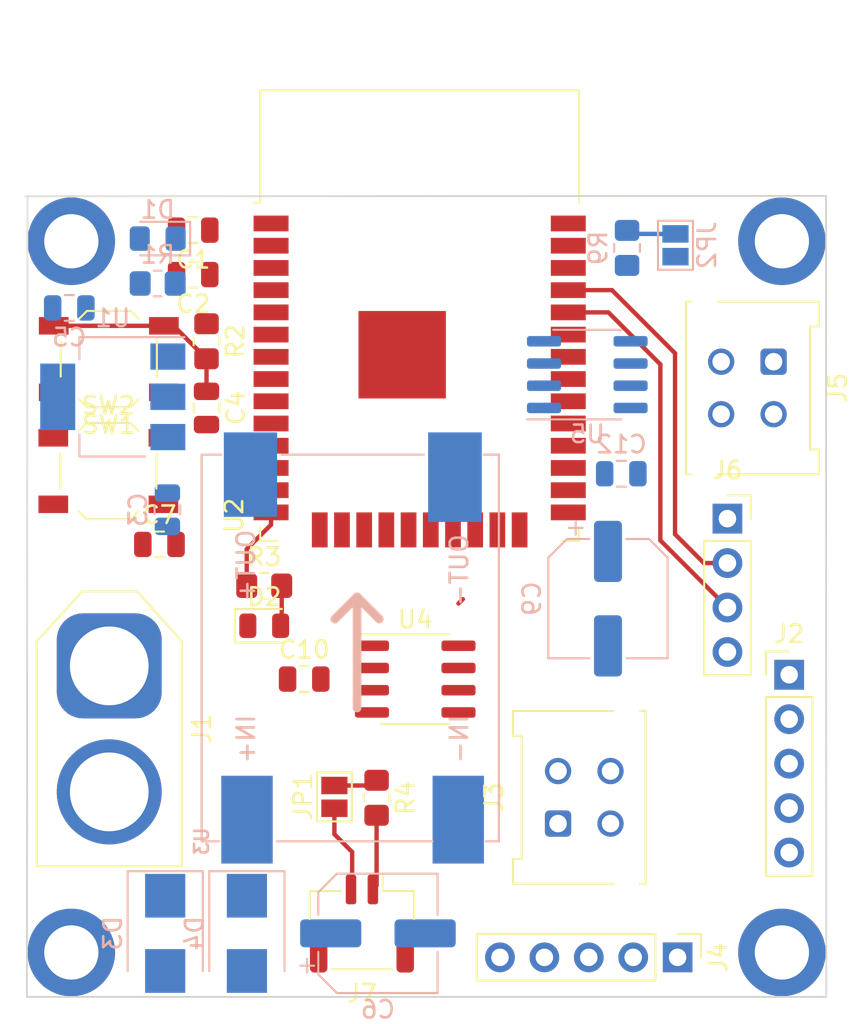
<source format=kicad_pcb>
(kicad_pcb (version 20211014) (generator pcbnew)
  (layers (0 "F.Cu" signal) (31 "B.Cu" signal) (34 "B.Paste" user) (35 "F.Paste" user) (36 "B.SilkS" user "B.Silkscreen") (37 "F.SilkS" user "F.Silkscreen") (38 "B.Mask" user) (39 "F.Mask" user) (44 "Edge.Cuts" user))
  (net 0 "")
  (net 1 "+3V3")
  (net 2 "GND")
  (net 3 "+5V")
  (net 4 "Net-(C4-Pad1)")
  (net 5 "Net-(C7-Pad2)")
  (net 6 "Net-(D1-Pad2)")
  (net 7 "Net-(D2-Pad2)")
  (net 8 "/IO15")
  (net 9 "/IO14")
  (net 10 "/IO13")
  (net 11 "/CANH+")
  (net 12 "/CANL-")
  (net 15 "/IO18")
  (net 16 "/IO17")
  (net 17 "/IO16")
  (net 18 "/SCL")
  (net 19 "/SDA")
  (net 20 "/TXD")
  (net 21 "/RXD")
  (net 22 "Net-(JP1-Pad2)")
  (net 23 "Net-(R3-Pad1)")
  (net 26 "/IO34")
  (net 27 "/IO35")
  (net 28 "/IO32")
  (net 29 "/IO33")
  (net 30 "/IO27")
  (net 37 "/IO2")
  (net 38 "/CAN_TX")
  (net 39 "/CAN_RX")
  (net 40 "/IO19")
  (net 42 "/IO23")
  (net 43 "Net-(C6-Pad1)")
  (net 44 "+24V")
  (net 46 "/CAN2H+")
  (net 47 "/CAN2L-")
  (net 50 "Net-(JP2-Pad2)")
  (net 51 "/CAN2_TX")
  (net 52 "/CAN2_RX")
  (footprint "Button_Switch_SMD:SW_SPST_TL3342" (layer "F.Cu") (at 111.506 85.598 180)
    (fp_text reference "SW1" (at 0 -3.75) (layer "F.SilkS"))
    (fp_text value "EN")
    (fp_line (start 2.75 -1) (end 2.75 1) (layer "F.SilkS") (width 0.12))
    (fp_line (start 1.7 -2.3) (end 1.25 -2.75) (layer "F.SilkS") (width 0.12))
    (fp_line (start -2.75 -1) (end -2.75 1) (layer "F.SilkS") (width 0.12))
    (fp_line (start -1.7 -2.3) (end -1.25 -2.75) (layer "F.SilkS") (width 0.12))
    (fp_line (start -1.25 -2.75) (end 1.25 -2.75) (layer "F.SilkS") (width 0.12))
    (fp_line (start 1.7 2.3) (end 1.25 2.75) (layer "F.SilkS") (width 0.12))
    (fp_line (start -1.25 2.75) (end 1.25 2.75) (layer "F.SilkS") (width 0.12))
    (fp_line (start -1.7 2.3) (end -1.25 2.75) (layer "F.SilkS") (width 0.12))
    (pad "1" smd rect (at -3.15 -1.9 180) (size 1.7 1) (layers "F.Cu" "F.Paste" "F.Mask") (net 2 "GND"))
    (pad "1" smd rect (at 3.15 -1.9 180) (size 1.7 1) (layers "F.Cu" "F.Paste" "F.Mask") (net 2 "GND"))
    (pad "2" smd rect (at -3.15 1.9 180) (size 1.7 1) (layers "F.Cu" "F.Paste" "F.Mask") (net 4 "Net-(C4-Pad1)"))
    (pad "2" smd rect (at 3.15 1.9 180) (size 1.7 1) (layers "F.Cu" "F.Paste" "F.Mask") (net 4 "Net-(C4-Pad1)"))
  )
  (footprint "Button_Switch_SMD:SW_SPST_TL3342" (layer "F.Cu") (at 111.4806 91.9988)
    (fp_text reference "SW2" (at 0 -3.75) (layer "F.SilkS"))
    (fp_text value "EN")
    (fp_line (start 1.7 2.3) (end 1.25 2.75) (layer "F.SilkS") (width 0.12))
    (fp_line (start 2.75 -1) (end 2.75 1) (layer "F.SilkS") (width 0.12))
    (fp_line (start 1.7 -2.3) (end 1.25 -2.75) (layer "F.SilkS") (width 0.12))
    (fp_line (start -1.7 -2.3) (end -1.25 -2.75) (layer "F.SilkS") (width 0.12))
    (fp_line (start -1.25 -2.75) (end 1.25 -2.75) (layer "F.SilkS") (width 0.12))
    (fp_line (start -1.25 2.75) (end 1.25 2.75) (layer "F.SilkS") (width 0.12))
    (fp_line (start -2.75 -1) (end -2.75 1) (layer "F.SilkS") (width 0.12))
    (fp_line (start -1.7 2.3) (end -1.25 2.75) (layer "F.SilkS") (width 0.12))
    (pad "1" smd rect (at 3.15 -1.9) (size 1.7 1) (layers "F.Cu" "F.Paste" "F.Mask") (net 5 "Net-(C7-Pad2)"))
    (pad "1" smd rect (at -3.15 -1.9) (size 1.7 1) (layers "F.Cu" "F.Paste" "F.Mask") (net 5 "Net-(C7-Pad2)"))
    (pad "2" smd rect (at 3.15 1.9) (size 1.7 1) (layers "F.Cu" "F.Paste" "F.Mask") (net 2 "GND"))
    (pad "2" smd rect (at -3.15 1.9) (size 1.7 1) (layers "F.Cu" "F.Paste" "F.Mask") (net 2 "GND"))
  )
  (footprint "Capacitor_SMD:C_0805_2012Metric" (layer "F.Cu") (at 122.682 103.886)
    (fp_text reference "C10" (at 0 -1.68) (layer "F.SilkS"))
    (fp_text value "0.1u")
    (fp_line (start -0.261252 -0.735) (end 0.261252 -0.735) (layer "F.SilkS") (width 0.12))
    (fp_line (start -0.261252 0.735) (end 0.261252 0.735) (layer "F.SilkS") (width 0.12))
    (pad "1" smd roundrect (at -0.95 0) (size 1 1.45) (layers "F.Cu" "F.Paste" "F.Mask") (net 2 "GND"))
    (pad "2" smd roundrect (at 0.95 0) (size 1 1.45) (layers "F.Cu" "F.Paste" "F.Mask") (net 3 "+5V"))
  )
  (footprint "Connector_Molex:Molex_Micro-Fit_3.0_43045-0412_2x02_P3.00mm_Vertical" (layer "F.Cu") (at 137.2008 112.1424 90)
    (fp_text reference "J3" (at 1.5 -3.67 90) (layer "F.SilkS"))
    (fp_text value "Molex_2x2")
    (fp_line (start -3.435 4.7) (end -3.435 5.01) (layer "F.SilkS") (width 0.12))
    (fp_line (start -2.015 -2.58) (end -2.015 -2.08) (layer "F.SilkS") (width 0.12))
    (fp_line (start 5.015 -2.08) (end 5.015 -2.58) (layer "F.SilkS") (width 0.12))
    (fp_line (start 5.015 -2.58) (end 6.435 -2.58) (layer "F.SilkS") (width 0.12))
    (fp_line (start 6.435 5.01) (end 6.435 4.7) (layer "F.SilkS") (width 0.12))
    (fp_line (start -2.015 -2.08) (end 5.015 -2.08) (layer "F.SilkS") (width 0.12))
    (fp_line (start -3.435 -2.58) (end -2.015 -2.58) (layer "F.SilkS") (width 0.12))
    (fp_line (start -3.435 3.18) (end -3.435 -2.58) (layer "F.SilkS") (width 0.12))
    (fp_line (start 6.435 -2.58) (end 6.435 3.18) (layer "F.SilkS") (width 0.12))
    (fp_line (start -3.435 5.01) (end 6.435 5.01) (layer "F.SilkS") (width 0.12))
    (pad "" np_thru_hole circle (at 6 3.94 90) (size 1 1) (drill 1) (layers *.Cu *.Mask))
    (pad "" np_thru_hole circle (at -3 3.94 90) (size 1 1) (drill 1) (layers *.Cu *.Mask))
    (pad "1" thru_hole roundrect (at 0 0 90) (size 1.5 1.5) (drill 1) (layers *.Cu *.Mask) (roundrect_rratio 0.166667) (net 11 "/CANH+"))
    (pad "2" thru_hole circle (at 3 0 90) (size 1.5 1.5) (drill 1) (layers *.Cu *.Mask) (net 12 "/CANL-"))
    (pad "3" thru_hole circle (at 0 3 90) (size 1.5 1.5) (drill 1) (layers *.Cu *.Mask))
    (pad "4" thru_hole circle (at 3 3 90) (size 1.5 1.5) (drill 1) (layers *.Cu *.Mask))
  )
  (footprint "LED_SMD:LED_0805_2012Metric" (layer "F.Cu") (at 120.396 100.838)
    (fp_text reference "D2" (at 0 -1.65) (layer "F.SilkS"))
    (fp_text value "user")
    (fp_line (start -1.685 -0.96) (end -1.685 0.96) (layer "F.SilkS") (width 0.12))
    (fp_line (start 1 -0.96) (end -1.685 -0.96) (layer "F.SilkS") (width 0.12))
    (fp_line (start -1.685 0.96) (end 1 0.96) (layer "F.SilkS") (width 0.12))
    (pad "1" smd roundrect (at -0.9375 0) (size 0.975 1.4) (layers "F.Cu" "F.Paste" "F.Mask") (net 2 "GND"))
    (pad "2" smd roundrect (at 0.9375 0) (size 0.975 1.4) (layers "F.Cu" "F.Paste" "F.Mask") (net 7 "Net-(D2-Pad2)"))
  )
  (footprint "Package_SO:SOIC-8_3.9x4.9mm_P1.27mm" (layer "F.Cu") (at 129.032 103.886)
    (fp_text reference "U4" (at 0 -3.4) (layer "F.SilkS"))
    (fp_text value "TJA1051T")
    (fp_line (start 0 -2.56) (end -3.45 -2.56) (layer "F.SilkS") (width 0.12))
    (fp_line (start 0 2.56) (end 1.95 2.56) (layer "F.SilkS") (width 0.12))
    (fp_line (start 0 2.56) (end -1.95 2.56) (layer "F.SilkS") (width 0.12))
    (fp_line (start 0 -2.56) (end 1.95 -2.56) (layer "F.SilkS") (width 0.12))
    (pad "1" smd roundrect (at -2.475 -1.905) (size 1.95 0.6) (layers "F.Cu" "F.Paste" "F.Mask") (net 38 "/CAN_TX"))
    (pad "2" smd roundrect (at -2.475 -0.635) (size 1.95 0.6) (layers "F.Cu" "F.Paste" "F.Mask") (net 2 "GND"))
    (pad "3" smd roundrect (at -2.475 0.635) (size 1.95 0.6) (layers "F.Cu" "F.Paste" "F.Mask") (net 3 "+5V"))
    (pad "4" smd roundrect (at -2.475 1.905) (size 1.95 0.6) (layers "F.Cu" "F.Paste" "F.Mask") (net 39 "/CAN_RX"))
    (pad "5" smd roundrect (at 2.475 1.905) (size 1.95 0.6) (layers "F.Cu" "F.Paste" "F.Mask"))
    (pad "6" smd roundrect (at 2.475 0.635) (size 1.95 0.6) (layers "F.Cu" "F.Paste" "F.Mask") (net 11 "/CANH+"))
    (pad "7" smd roundrect (at 2.475 -0.635) (size 1.95 0.6) (layers "F.Cu" "F.Paste" "F.Mask") (net 12 "/CANL-"))
    (pad "8" smd roundrect (at 2.475 -1.905) (size 1.95 0.6) (layers "F.Cu" "F.Paste" "F.Mask") (net 2 "GND"))
  )
  (footprint "Connector_PinHeader_2.54mm:PinHeader_1x05_P2.54mm_Vertical" (layer "F.Cu") (at 144.0384 119.7864 -90)
    (fp_text reference "J4" (at 0 -2.33 90) (layer "F.SilkS"))
    (fp_text value "Encoder2")
    (fp_line (start -1.33 0) (end -1.33 -1.33) (layer "F.SilkS") (width 0.12))
    (fp_line (start -1.33 1.27) (end -1.33 11.49) (layer "F.SilkS") (width 0.12))
    (fp_line (start 1.33 1.27) (end 1.33 11.49) (layer "F.SilkS") (width 0.12))
    (fp_line (start -1.33 1.27) (end 1.33 1.27) (layer "F.SilkS") (width 0.12))
    (fp_line (start -1.33 -1.33) (end 0 -1.33) (layer "F.SilkS") (width 0.12))
    (fp_line (start -1.33 11.49) (end 1.33 11.49) (layer "F.SilkS") (width 0.12))
    (pad "1" thru_hole rect (at 0 0 270) (size 1.7 1.7) (drill 1) (layers *.Cu *.Mask) (net 3 "+5V"))
    (pad "2" thru_hole oval (at 0 2.54 270) (size 1.7 1.7) (drill 1) (layers *.Cu *.Mask) (net 15 "/IO18"))
    (pad "3" thru_hole oval (at 0 5.08 270) (size 1.7 1.7) (drill 1) (layers *.Cu *.Mask) (net 16 "/IO17"))
    (pad "4" thru_hole oval (at 0 7.62 270) (size 1.7 1.7) (drill 1) (layers *.Cu *.Mask) (net 17 "/IO16"))
    (pad "5" thru_hole oval (at 0 10.16 270) (size 1.7 1.7) (drill 1) (layers *.Cu *.Mask) (net 2 "GND"))
  )
  (footprint "Connector_AMASS:AMASS_XT60-M_1x02_P7.20mm_Vertical" (layer "F.Cu") (at 111.5314 103.1308 -90)
    (fp_text reference "J1" (at 3.6 -5.3 90) (layer "F.SilkS"))
    (fp_text value "XT60")
    (fp_line (start -1.4 4.15) (end 11.45 4.15) (layer "F.SilkS") (width 0.12))
    (fp_line (start -4.25 -1.6) (end -4.25 1.55) (layer "F.SilkS") (width 0.12))
    (fp_line (start 11.45 4.15) (end 11.45 -4.15) (layer "F.SilkS") (width 0.12))
    (fp_line (start -4.25 1.55) (end -1.4 4.15) (layer "F.SilkS") (width 0.12))
    (fp_line (start 11.45 -4.15) (end -1.4 -4.15) (layer "F.SilkS") (width 0.12))
    (fp_line (start -1.4 -4.15) (end -4.25 -1.6) (layer "F.SilkS") (width 0.12))
    (pad "1" thru_hole roundrect (at 0 0 270) (size 6 6) (drill 4.5) (layers *.Cu *.Mask) (net 2 "GND"))
    (pad "2" thru_hole circle (at 7.2 0 270) (size 6 6) (drill 4.5) (layers *.Cu *.Mask) (net 44 "+24V"))
  )
  (footprint "Connector_PinSocket_2.54mm:PinSocket_1x04_P2.54mm_Vertical" (layer "F.Cu") (at 146.8882 94.7166)
    (fp_text reference "J6" (at 0 -2.77) (layer "F.SilkS"))
    (fp_text value "UART")
    (fp_line (start -1.33 8.95) (end 1.33 8.95) (layer "F.SilkS") (width 0.12))
    (fp_line (start -1.33 1.27) (end -1.33 8.95) (layer "F.SilkS") (width 0.12))
    (fp_line (start 0 -1.33) (end 1.33 -1.33) (layer "F.SilkS") (width 0.12))
    (fp_line (start 1.33 1.27) (end 1.33 8.95) (layer "F.SilkS") (width 0.12))
    (fp_line (start -1.33 1.27) (end 1.33 1.27) (layer "F.SilkS") (width 0.12))
    (fp_line (start 1.33 -1.33) (end 1.33 0) (layer "F.SilkS") (width 0.12))
    (pad "1" thru_hole rect (at 0 0) (size 1.7 1.7) (drill 1) (layers *.Cu *.Mask) (net 1 "+3V3"))
    (pad "2" thru_hole oval (at 0 2.54) (size 1.7 1.7) (drill 1) (layers *.Cu *.Mask) (net 20 "/TXD"))
    (pad "3" thru_hole oval (at 0 5.08) (size 1.7 1.7) (drill 1) (layers *.Cu *.Mask) (net 21 "/RXD"))
    (pad "4" thru_hole oval (at 0 7.62) (size 1.7 1.7) (drill 1) (layers *.Cu *.Mask) (net 2 "GND"))
  )
  (footprint "Capacitor_SMD:C_0805_2012Metric" (layer "F.Cu") (at 116.332 80.772 180)
    (fp_text reference "C2" (at 0 -1.68) (layer "F.SilkS"))
    (fp_text value "0.1uF")
    (fp_line (start -0.261252 -0.735) (end 0.261252 -0.735) (layer "F.SilkS") (width 0.12))
    (fp_line (start -0.261252 0.735) (end 0.261252 0.735) (layer "F.SilkS") (width 0.12))
    (pad "1" smd roundrect (at -0.95 0 180) (size 1 1.45) (layers "F.Cu" "F.Paste" "F.Mask") (net 1 "+3V3"))
    (pad "2" smd roundrect (at 0.95 0 180) (size 1 1.45) (layers "F.Cu" "F.Paste" "F.Mask") (net 2 "GND"))
  )
  (footprint "Capacitor_SMD:C_0805_2012Metric" (layer "F.Cu") (at 116.332 78.232 180)
    (fp_text reference "C1" (at 0 -1.68) (layer "F.SilkS"))
    (fp_text value "22uF")
    (fp_line (start -0.261252 -0.735) (end 0.261252 -0.735) (layer "F.SilkS") (width 0.12))
    (fp_line (start -0.261252 0.735) (end 0.261252 0.735) (layer "F.SilkS") (width 0.12))
    (pad "1" smd roundrect (at -0.95 0 180) (size 1 1.45) (layers "F.Cu" "F.Paste" "F.Mask") (net 1 "+3V3"))
    (pad "2" smd roundrect (at 0.95 0 180) (size 1 1.45) (layers "F.Cu" "F.Paste" "F.Mask") (net 2 "GND"))
  )
  (footprint "Capacitor_SMD:C_0805_2012Metric" (layer "F.Cu") (at 117.094 88.392 -90)
    (fp_text reference "C4" (at 0 -1.68 90) (layer "F.SilkS"))
    (fp_text value "0.1uF")
    (fp_line (start -0.261252 0.735) (end 0.261252 0.735) (layer "F.SilkS") (width 0.12))
    (fp_line (start -0.261252 -0.735) (end 0.261252 -0.735) (layer "F.SilkS") (width 0.12))
    (pad "1" smd roundrect (at -0.95 0 270) (size 1 1.45) (layers "F.Cu" "F.Paste" "F.Mask") (net 4 "Net-(C4-Pad1)"))
    (pad "2" smd roundrect (at 0.95 0 270) (size 1 1.45) (layers "F.Cu" "F.Paste" "F.Mask") (net 2 "GND"))
  )
  (footprint "Connector_PinHeader_2.54mm:PinHeader_1x05_P2.54mm_Vertical" (layer "F.Cu") (at 150.4188 103.637)
    (fp_text reference "J2" (at 0 -2.33) (layer "F.SilkS"))
    (fp_text value "Encoder_1")
    (fp_line (start -1.33 1.27) (end -1.33 11.49) (layer "F.SilkS") (width 0.12))
    (fp_line (start -1.33 -1.33) (end 0 -1.33) (layer "F.SilkS") (width 0.12))
    (fp_line (start -1.33 0) (end -1.33 -1.33) (layer "F.SilkS") (width 0.12))
    (fp_line (start 1.33 1.27) (end 1.33 11.49) (layer "F.SilkS") (width 0.12))
    (fp_line (start -1.33 11.49) (end 1.33 11.49) (layer "F.SilkS") (width 0.12))
    (fp_line (start -1.33 1.27) (end 1.33 1.27) (layer "F.SilkS") (width 0.12))
    (pad "1" thru_hole rect (at 0 0) (size 1.7 1.7) (drill 1) (layers *.Cu *.Mask) (net 3 "+5V"))
    (pad "2" thru_hole oval (at 0 2.54) (size 1.7 1.7) (drill 1) (layers *.Cu *.Mask) (net 8 "/IO15"))
    (pad "3" thru_hole oval (at 0 5.08) (size 1.7 1.7) (drill 1) (layers *.Cu *.Mask) (net 10 "/IO13"))
    (pad "4" thru_hole oval (at 0 7.62) (size 1.7 1.7) (drill 1) (layers *.Cu *.Mask) (net 9 "/IO14"))
    (pad "5" thru_hole oval (at 0 10.16) (size 1.7 1.7) (drill 1) (layers *.Cu *.Mask) (net 2 "GND"))
  )
  (footprint "RF_Module:ESP32-WROOM-32" (layer "F.Cu") (at 129.286 86.106)
    (fp_text reference "U2" (at -10.61 8.43 90) (layer "F.SilkS"))
    (fp_text value "ESP32-WROOM-32")
    (fp_line (start -9.12 9.1) (end -9.12 9.88) (layer "F.SilkS") (width 0.12))
    (fp_line (start -9.12 -9.445) (end -9.5 -9.445) (layer "F.SilkS") (width 0.12))
    (fp_line (start -9.12 -15.865) (end -9.12 -9.445) (layer "F.SilkS") (width 0.12))
    (fp_line (start -9.12 -15.865) (end 9.12 -15.865) (layer "F.SilkS") (width 0.12))
    (fp_line (start -9.12 9.88) (end -8.12 9.88) (layer "F.SilkS") (width 0.12))
    (fp_line (start 9.12 9.1) (end 9.12 9.88) (layer "F.SilkS") (width 0.12))
    (fp_line (start 9.12 9.88) (end 8.12 9.88) (layer "F.SilkS") (width 0.12))
    (fp_line (start 9.12 -15.865) (end 9.12 -9.445) (layer "F.SilkS") (width 0.12))
    (pad "1" smd rect (at -8.5 -8.255) (size 2 0.9) (layers "F.Cu" "F.Paste" "F.Mask") (net 2 "GND"))
    (pad "2" smd rect (at -8.5 -6.985) (size 2 0.9) (layers "F.Cu" "F.Paste" "F.Mask") (net 1 "+3V3"))
    (pad "3" smd rect (at -8.5 -5.715) (size 2 0.9) (layers "F.Cu" "F.Paste" "F.Mask") (net 4 "Net-(C4-Pad1)"))
    (pad "4" smd rect (at -8.5 -4.445) (size 2 0.9) (layers "F.Cu" "F.Paste" "F.Mask"))
    (pad "5" smd rect (at -8.5 -3.175) (size 2 0.9) (layers "F.Cu" "F.Paste" "F.Mask"))
    (pad "6" smd rect (at -8.5 -1.905) (size 2 0.9) (layers "F.Cu" "F.Paste" "F.Mask") (net 26 "/IO34"))
    (pad "7" smd rect (at -8.5 -0.635) (size 2 0.9) (layers "F.Cu" "F.Paste" "F.Mask") (net 27 "/IO35"))
    (pad "8" smd rect (at -8.5 0.635) (size 2 0.9) (layers "F.Cu" "F.Paste" "F.Mask") (net 28 "/IO32"))
    (pad "9" smd rect (at -8.5 1.905) (size 2 0.9) (layers "F.Cu" "F.Paste" "F.Mask") (net 29 "/IO33"))
    (pad "10" smd rect (at -8.5 3.175) (size 2 0.9) (layers "F.Cu" "F.Paste" "F.Mask") (net 51 "/CAN2_TX"))
    (pad "11" smd rect (at -8.5 4.445) (size 2 0.9) (layers "F.Cu" "F.Paste" "F.Mask") (net 52 "/CAN2_RX"))
    (pad "12" smd rect (at -8.5 5.715) (size 2 0.9) (layers "F.Cu" "F.Paste" "F.Mask") (net 30 "/IO27"))
    (pad "13" smd rect (at -8.5 6.985) (size 2 0.9) (layers "F.Cu" "F.Paste" "F.Mask") (net 9 "/IO14"))
    (pad "14" smd rect (at -8.5 8.255) (size 2 0.9) (layers "F.Cu" "F.Paste" "F.Mask") (net 23 "Net-(R3-Pad1)"))
    (pad "15" smd rect (at -5.715 9.255 90) (size 2 0.9) (layers "F.Cu" "F.Paste" "F.Mask") (net 2 "GND"))
    (pad "16" smd rect (at -4.445 9.255 90) (size 2 0.9) (layers "F.Cu" "F.Paste" "F.Mask") (net 10 "/IO13"))
    (pad "17" smd rect (at -3.175 9.255 90) (size 2 0.9) (layers "F.Cu" "F.Paste" "F.Mask"))
    (pad "18" smd rect (at -1.905 9.255 90) (size 2 0.9) (layers "F.Cu" "F.Paste" "F.Mask"))
    (pad "19" smd rect (at -0.635 9.255 90) (size 2 0.9) (layers "F.Cu" "F.Paste" "F.Mask"))
    (pad "20" smd rect (at 0.635 9.255 90) (size 2 0.9) (layers "F.Cu" "F.Paste" "F.Mask"))
    (pad "21" smd rect (at 1.905 9.255 90) (size 2 0.9) (layers "F.Cu" "F.Paste" "F.Mask"))
    (pad "22" smd rect (at 3.175 9.255 90) (size 2 0.9) (layers "F.Cu" "F.Paste" "F.Mask"))
    (pad "23" smd rect (at 4.445 9.255 90) (size 2 0.9) (layers "F.Cu" "F.Paste" "F.Mask") (net 8 "/IO15"))
    (pad "24" smd rect (at 5.715 9.255 90) (size 2 0.9) (layers "F.Cu" "F.Paste" "F.Mask") (net 37 "/IO2"))
    (pad "25" smd rect (at 8.5 8.255) (size 2 0.9) (layers "F.Cu" "F.Paste" "F.Mask") (net 5 "Net-(C7-Pad2)"))
    (pad "26" smd rect (at 8.5 6.985) (size 2 0.9) (layers "F.Cu" "F.Paste" "F.Mask") (net 39 "/CAN_RX"))
    (pad "27" smd rect (at 8.5 5.715) (size 2 0.9) (layers "F.Cu" "F.Paste" "F.Mask") (net 17 "/IO16"))
    (pad "28" smd rect (at 8.5 4.445) (size 2 0.9) (layers "F.Cu" "F.Paste" "F.Mask") (net 16 "/IO17"))
    (pad "29" smd rect (at 8.5 3.175) (size 2 0.9) (layers "F.Cu" "F.Paste" "F.Mask") (net 38 "/CAN_TX"))
    (pad "30" smd rect (at 8.5 1.905) (size 2 0.9) (layers "F.Cu" "F.Paste" "F.Mask") (net 15 "/IO18"))
    (pad "31" smd rect (at 8.5 0.635) (size 2 0.9) (layers "F.Cu" "F.Paste" "F.Mask") (net 40 "/IO19"))
    (pad "32" smd rect (at 8.5 -0.635) (size 2 0.9) (layers "F.Cu" "F.Paste" "F.Mask"))
    (pad "33" smd rect (at 8.5 -1.905) (size 2 0.9) (layers "F.Cu" "F.Paste" "F.Mask") (net 19 "/SDA"))
    (pad "34" smd rect (at 8.5 -3.175) (size 2 0.9) (layers "F.Cu" "F.Paste" "F.Mask") (net 21 "/RXD"))
    (pad "35" smd rect (at 8.5 -4.445) (size 2 0.9) (layers "F.Cu" "F.Paste" "F.Mask") (net 20 "/TXD"))
    (pad "36" smd rect (at 8.5 -5.715) (size 2 0.9) (layers "F.Cu" "F.Paste" "F.Mask") (net 18 "/SCL"))
    (pad "37" smd rect (at 8.5 -6.985) (size 2 0.9) (layers "F.Cu" "F.Paste" "F.Mask") (net 42 "/IO23"))
    (pad "38" smd rect (at 8.5 -8.255) (size 2 0.9) (layers "F.Cu" "F.Paste" "F.Mask") (net 2 "GND"))
    (pad "39" smd rect (at -1 -0.755) (size 5 5) (layers "F.Cu" "F.Paste" "F.Mask") (net 2 "GND"))
  )
  (footprint "Connector_JST:JST_GH_BM02B-GHS-TBT_1x02-1MP_P1.25mm_Vertical" (layer "F.Cu") (at 125.984 117.856 180)
    (fp_text reference "J7" (at 0 -4) (layer "F.SilkS"))
    (fp_text value "GH1.25")
    (fp_line (start -2.985 1.86) (end -1.185 1.86) (layer "F.SilkS") (width 0.12))
    (fp_line (start -2.985 0.26) (end -2.985 1.86) (layer "F.SilkS") (width 0.12))
    (fp_line (start 2.985 0.26) (end 2.985 1.86) (layer "F.SilkS") (width 0.12))
    (fp_line (start -1.185 1.86) (end -1.185 2.8) (layer "F.SilkS") (width 0.12))
    (fp_line (start 2.985 1.86) (end 1.185 1.86) (layer "F.SilkS") (width 0.12))
    (fp_line (start -1.715 -2.61) (end 1.715 -2.61) (layer "F.SilkS") (width 0.12))
    (pad "1" smd roundrect (at -0.625 1.95 180) (size 0.6 1.7) (layers "F.Cu" "F.Paste" "F.Mask") (net 12 "/CANL-"))
    (pad "2" smd roundrect (at 0.625 1.95 180) (size 0.6 1.7) (layers "F.Cu" "F.Paste" "F.Mask") (net 11 "/CANH+"))
    (pad "MP" smd roundrect (at -2.475 -1.4 180) (size 1 2.8) (layers "F.Cu" "F.Paste" "F.Mask"))
    (pad "MP" smd roundrect (at 2.475 -1.4 180) (size 1 2.8) (layers "F.Cu" "F.Paste" "F.Mask"))
  )
  (footprint "Resistor_SMD:R_0805_2012Metric_Pad1.20x1.40mm_HandSolder" (layer "F.Cu") (at 117.094 84.582 -90)
    (fp_text reference "R2" (at 0 -1.65 90) (layer "F.SilkS"))
    (fp_text value "10K")
    (fp_line (start -0.227064 -0.735) (end 0.227064 -0.735) (layer "F.SilkS") (width 0.12))
    (fp_line (start -0.227064 0.735) (end 0.227064 0.735) (layer "F.SilkS") (width 0.12))
    (pad "1" smd roundrect (at -1 0 270) (size 1.2 1.4) (layers "F.Cu" "F.Paste" "F.Mask") (roundrect_rratio 0.208333) (net 1 "+3V3"))
    (pad "2" smd roundrect (at 1 0 270) (size 1.2 1.4) (layers "F.Cu" "F.Paste" "F.Mask") (roundrect_rratio 0.208333) (net 4 "Net-(C4-Pad1)"))
  )
  (footprint "Connector_Molex:Molex_Micro-Fit_3.0_43045-0412_2x02_P3.00mm_Vertical" (layer "F.Cu") (at 149.5298 85.7504 -90)
    (fp_text reference "J5" (at 1.5 -3.67 90) (layer "F.SilkS"))
    (fp_text value "Molex_2x2")
    (fp_line (start -3.435 4.7) (end -3.435 5.01) (layer "F.SilkS") (width 0.12))
    (fp_line (start 6.435 5.01) (end 6.435 4.7) (layer "F.SilkS") (width 0.12))
    (fp_line (start -3.435 -2.58) (end -2.015 -2.58) (layer "F.SilkS") (width 0.12))
    (fp_line (start -2.015 -2.58) (end -2.015 -2.08) (layer "F.SilkS") (width 0.12))
    (fp_line (start -3.435 5.01) (end 6.435 5.01) (layer "F.SilkS") (width 0.12))
    (fp_line (start -3.435 3.18) (end -3.435 -2.58) (layer "F.SilkS") (width 0.12))
    (fp_line (start 5.015 -2.58) (end 6.435 -2.58) (layer "F.SilkS") (width 0.12))
    (fp_line (start 5.015 -2.08) (end 5.015 -2.58) (layer "F.SilkS") (width 0.12))
    (fp_line (start 6.435 -2.58) (end 6.435 3.18) (layer "F.SilkS") (width 0.12))
    (fp_line (start -2.015 -2.08) (end 5.015 -2.08) (layer "F.SilkS") (width 0.12))
    (pad "" np_thru_hole circle (at -3 3.94 270) (size 1 1) (drill 1) (layers *.Cu *.Mask))
    (pad "" np_thru_hole circle (at 6 3.94 270) (size 1 1) (drill 1) (layers *.Cu *.Mask))
    (pad "1" thru_hole roundrect (at 0 0 270) (size 1.5 1.5) (drill 1) (layers *.Cu *.Mask) (roundrect_rratio 0.166667) (net 46 "/CAN2H+"))
    (pad "2" thru_hole circle (at 3 0 270) (size 1.5 1.5) (drill 1) (layers *.Cu *.Mask) (net 47 "/CAN2L-"))
    (pad "3" thru_hole circle (at 0 3 270) (size 1.5 1.5) (drill 1) (layers *.Cu *.Mask))
    (pad "4" thru_hole circle (at 3 3 270) (size 1.5 1.5) (drill 1) (layers *.Cu *.Mask))
  )
  (footprint "Jumper:SolderJumper-2_P1.3mm_Open_Pad1.0x1.5mm" (layer "F.Cu") (at 124.4092 110.617 90)
    (fp_text reference "JP1" (at 0 -1.8 90) (layer "F.SilkS"))
    (fp_text value "Jumper")
    (fp_line (start 1.4 -1) (end 1.4 1) (layer "F.SilkS") (width 0.12))
    (fp_line (start -1.4 1) (end -1.4 -1) (layer "F.SilkS") (width 0.12))
    (fp_line (start 1.4 1) (end -1.4 1) (layer "F.SilkS") (width 0.12))
    (fp_line (start -1.4 -1) (end 1.4 -1) (layer "F.SilkS") (width 0.12))
    (pad "1" smd rect (at -0.65 0 90) (size 1 1.5) (layers "F.Cu" "F.Mask") (net 11 "/CANH+"))
    (pad "2" smd rect (at 0.65 0 90) (size 1 1.5) (layers "F.Cu" "F.Mask") (net 22 "Net-(JP1-Pad2)"))
  )
  (footprint "Capacitor_SMD:C_0805_2012Metric" (layer "F.Cu") (at 114.4016 96.1898)
    (fp_text reference "C7" (at 0 -1.68) (layer "F.SilkS"))
    (fp_text value "0.1uF")
    (fp_line (start -0.261252 -0.735) (end 0.261252 -0.735) (layer "F.SilkS") (width 0.12))
    (fp_line (start -0.261252 0.735) (end 0.261252 0.735) (layer "F.SilkS") (width 0.12))
    (pad "1" smd roundrect (at -0.95 0) (size 1 1.45) (layers "F.Cu" "F.Paste" "F.Mask") (net 2 "GND"))
    (pad "2" smd roundrect (at 0.95 0) (size 1 1.45) (layers "F.Cu" "F.Paste" "F.Mask") (net 5 "Net-(C7-Pad2)"))
  )
  (footprint "Resistor_SMD:R_0805_2012Metric_Pad1.20x1.40mm_HandSolder" (layer "F.Cu") (at 120.396 98.552)
    (fp_text reference "R3" (at 0 -1.65) (layer "F.SilkS"))
    (fp_text value "1K")
    (fp_line (start -0.227064 0.735) (end 0.227064 0.735) (layer "F.SilkS") (width 0.12))
    (fp_line (start -0.227064 -0.735) (end 0.227064 -0.735) (layer "F.SilkS") (width 0.12))
    (pad "1" smd roundrect (at -1 0) (size 1.2 1.4) (layers "F.Cu" "F.Paste" "F.Mask") (roundrect_rratio 0.208333) (net 23 "Net-(R3-Pad1)"))
    (pad "2" smd roundrect (at 1 0) (size 1.2 1.4) (layers "F.Cu" "F.Paste" "F.Mask") (roundrect_rratio 0.208333) (net 7 "Net-(D2-Pad2)"))
  )
  (footprint "Resistor_SMD:R_0805_2012Metric_Pad1.20x1.40mm_HandSolder" (layer "F.Cu") (at 126.8222 110.6678 -90)
    (fp_text reference "R4" (at 0 -1.65 90) (layer "F.SilkS"))
    (fp_text value "120R")
    (fp_line (start -0.227064 -0.735) (end 0.227064 -0.735) (layer "F.SilkS") (width 0.12))
    (fp_line (start -0.227064 0.735) (end 0.227064 0.735) (layer "F.SilkS") (width 0.12))
    (pad "1" smd roundrect (at -1 0 270) (size 1.2 1.4) (layers "F.Cu" "F.Paste" "F.Mask") (roundrect_rratio 0.208333) (net 22 "Net-(JP1-Pad2)"))
    (pad "2" smd roundrect (at 1 0 270) (size 1.2 1.4) (layers "F.Cu" "F.Paste" "F.Mask") (roundrect_rratio 0.208333) (net 12 "/CANL-"))
  )
  (footprint "Capacitor_SMD:CP_Elec_6.3x7.7" (layer "B.Cu") (at 126.8984 118.4148)
    (fp_text reference "C6" (at 0 4.35) (layer "B.SilkS") (effects (justify mirror)))
    (fp_text value "50V 10uF")
    (fp_line (start -3.41 2.345563) (end -3.41 1.06) (layer "B.SilkS") (width 0.12))
    (fp_line (start -3.41 -2.345563) (end -2.345563 -3.41) (layer "B.SilkS") (width 0.12))
    (fp_line (start -3.41 -2.345563) (end -3.41 -1.06) (layer "B.SilkS") (width 0.12))
    (fp_line (start -2.345563 -3.41) (end 3.41 -3.41) (layer "B.SilkS") (width 0.12))
    (fp_line (start -2.345563 3.41) (end 3.41 3.41) (layer "B.SilkS") (width 0.12))
    (fp_line (start 3.41 3.41) (end 3.41 1.06) (layer "B.SilkS") (width 0.12))
    (fp_line (start -4.4375 1.8475) (end -3.65 1.8475) (layer "B.SilkS") (width 0.12))
    (fp_line (start -3.41 2.345563) (end -2.345563 3.41) (layer "B.SilkS") (width 0.12))
    (fp_line (start 3.41 -3.41) (end 3.41 -1.06) (layer "B.SilkS") (width 0.12))
    (fp_line (start -4.04375 2.24125) (end -4.04375 1.45375) (layer "B.SilkS") (width 0.12))
    (pad "1" smd roundrect (at -2.7 0) (size 3.5 1.6) (layers "B.Cu" "B.Paste" "B.Mask") (roundrect_rratio 0.15625) (net 43 "Net-(C6-Pad1)"))
    (pad "2" smd roundrect (at 2.7 0) (size 3.5 1.6) (layers "B.Cu" "B.Paste" "B.Mask") (roundrect_rratio 0.15625) (net 2 "GND"))
  )
  (footprint "Capacitor_SMD:C_0805_2012Metric" (layer "B.Cu") (at 109.2454 82.677)
    (fp_text reference "C5" (at 0 1.68) (layer "B.SilkS") (effects (justify mirror)))
    (fp_text value "22uF")
    (fp_line (start -0.261252 -0.735) (end 0.261252 -0.735) (layer "B.SilkS") (width 0.12))
    (fp_line (start -0.261252 0.735) (end 0.261252 0.735) (layer "B.SilkS") (width 0.12))
    (pad "1" smd roundrect (at -0.95 0) (size 1 1.45) (layers "B.Cu" "B.Paste" "B.Mask") (net 1 "+3V3"))
    (pad "2" smd roundrect (at 0.95 0) (size 1 1.45) (layers "B.Cu" "B.Paste" "B.Mask") (net 2 "GND"))
  )
  (footprint "Resistor_SMD:R_0805_2012Metric_Pad1.20x1.40mm_HandSolder" (layer "B.Cu") (at 141.1478 79.248 -90)
    (fp_text reference "R9" (at 0 1.65 90) (layer "B.SilkS") (effects (justify mirror)))
    (fp_text value "120R")
    (fp_line (start -0.227064 0.735) (end 0.227064 0.735) (layer "B.SilkS") (width 0.12))
    (fp_line (start -0.227064 -0.735) (end 0.227064 -0.735) (layer "B.SilkS") (width 0.12))
    (pad "1" smd roundrect (at -1 0 270) (size 1.2 1.4) (layers "B.Cu" "B.Paste" "B.Mask") (roundrect_rratio 0.208333) (net 50 "Net-(JP2-Pad2)"))
    (pad "2" smd roundrect (at 1 0 270) (size 1.2 1.4) (layers "B.Cu" "B.Paste" "B.Mask") (roundrect_rratio 0.208333) (net 47 "/CAN2L-"))
  )
  (footprint "Capacitor_SMD:CP_Elec_6.3x7.7" (layer "B.Cu") (at 140.0556 99.2886 -90)
    (fp_text reference "C9" (at 0 4.35 90) (layer "B.SilkS") (effects (justify mirror)))
    (fp_text value "16V 22UF")
    (fp_line (start 3.41 -3.41) (end 3.41 -1.06) (layer "B.SilkS") (width 0.12))
    (fp_line (start -2.345563 3.41) (end 3.41 3.41) (layer "B.SilkS") (width 0.12))
    (fp_line (start -3.41 2.345563) (end -2.345563 3.41) (layer "B.SilkS") (width 0.12))
    (fp_line (start -4.4375 1.8475) (end -3.65 1.8475) (layer "B.SilkS") (width 0.12))
    (fp_line (start -3.41 2.345563) (end -3.41 1.06) (layer "B.SilkS") (width 0.12))
    (fp_line (start -3.41 -2.345563) (end -3.41 -1.06) (layer "B.SilkS") (width 0.12))
    (fp_line (start -4.04375 2.24125) (end -4.04375 1.45375) (layer "B.SilkS") (width 0.12))
    (fp_line (start -2.345563 -3.41) (end 3.41 -3.41) (layer "B.SilkS") (width 0.12))
    (fp_line (start 3.41 3.41) (end 3.41 1.06) (layer "B.SilkS") (width 0.12))
    (fp_line (start -3.41 -2.345563) (end -2.345563 -3.41) (layer "B.SilkS") (width 0.12))
    (pad "1" smd roundrect (at -2.7 0 270) (size 3.5 1.6) (layers "B.Cu" "B.Paste" "B.Mask") (roundrect_rratio 0.15625) (net 3 "+5V"))
    (pad "2" smd roundrect (at 2.7 0 270) (size 3.5 1.6) (layers "B.Cu" "B.Paste" "B.Mask") (roundrect_rratio 0.15625) (net 2 "GND"))
  )
  (footprint "Package_SO:SOIC-8_3.9x4.9mm_P1.27mm" (layer "B.Cu") (at 138.873 86.487)
    (fp_text reference "U5" (at 0 3.4) (layer "B.SilkS") (effects (justify mirror)))
    (fp_text value "TJA1051T")
    (fp_line (start 0 -2.56) (end 1.95 -2.56) (layer "B.SilkS") (width 0.12))
    (fp_line (start 0 -2.56) (end -1.95 -2.56) (layer "B.SilkS") (width 0.12))
    (fp_line (start 0 2.56) (end -3.45 2.56) (layer "B.SilkS") (width 0.12))
    (fp_line (start 0 2.56) (end 1.95 2.56) (layer "B.SilkS") (width 0.12))
    (pad "1" smd roundrect (at -2.475 1.905) (size 1.95 0.6) (layers "B.Cu" "B.Paste" "B.Mask") (net 51 "/CAN2_TX"))
    (pad "2" smd roundrect (at -2.475 0.635) (size 1.95 0.6) (layers "B.Cu" "B.Paste" "B.Mask") (net 2 "GND"))
    (pad "3" smd roundrect (at -2.475 -0.635) (size 1.95 0.6) (layers "B.Cu" "B.Paste" "B.Mask") (net 3 "+5V"))
    (pad "4" smd roundrect (at -2.475 -1.905) (size 1.95 0.6) (layers "B.Cu" "B.Paste" "B.Mask") (net 52 "/CAN2_RX"))
    (pad "5" smd roundrect (at 2.475 -1.905) (size 1.95 0.6) (layers "B.Cu" "B.Paste" "B.Mask"))
    (pad "6" smd roundrect (at 2.475 -0.635) (size 1.95 0.6) (layers "B.Cu" "B.Paste" "B.Mask") (net 46 "/CAN2H+"))
    (pad "7" smd roundrect (at 2.475 0.635) (size 1.95 0.6) (layers "B.Cu" "B.Paste" "B.Mask") (net 47 "/CAN2L-"))
    (pad "8" smd roundrect (at 2.475 1.905) (size 1.95 0.6) (layers "B.Cu" "B.Paste" "B.Mask") (net 2 "GND"))
  )
  (footprint "PolyuRobotics:DC-DC-mp1584_module" (layer "B.Cu") (at 116.81525 113.157 90)
    (fp_text reference "U3" (at 0 0 90) (layer "B.SilkS") (effects (font (size 0.787402 0.787402)) (justify mirror)))
    (fp_text value "MP1584")
    (fp_text user "OUT-" (at 15.494 14.732 90) (layer "B.SilkS") (effects (justify mirror)))
    (fp_text user "IN+" (at 5.842 2.54 90) (layer "B.SilkS") (effects (justify mirror)))
    (fp_text user "IN-" (at 5.842 14.732 90) (layer "B.SilkS") (effects (justify mirror)))
    (fp_text user "OUT+" (at 15.748 2.54 90) (layer "B.SilkS") (effects (justify mirror)))
    (fp_line (start 0 13.208) (end 0 4.318) (layer "B.SilkS") (width 0.12))
    (fp_line (start 0 17) (end 22 17) (layer "B.SilkS") (width 0.127))
    (fp_line (start 7.62 8.89) (end 13.97 8.89) (layer "B.SilkS") (width 0.5))
    (fp_line (start 13.97 8.89) (end 12.7 7.62) (layer "B.SilkS") (width 0.5))
    (fp_line (start 0 17) (end 0 16.256) (layer "B.SilkS") (width 0.12))
    (fp_line (start 13.97 8.89) (end 12.7 10.16) (layer "B.SilkS") (width 0.5))
    (fp_line (start 22.098 0) (end 22 0) (layer "B.SilkS") (width 0.12))
    (fp_line (start 22.098 12.7) (end 22.098 4.572) (layer "B.SilkS") (width 0.12))
    (fp_line (start 22.098 16.129) (end 22.098 17) (layer "B.SilkS") (width 0.12))
    (fp_line (start 0 0) (end 22 0) (layer "B.SilkS") (width 0.127))
    (fp_line (start 22.098 1.143) (end 22.098 0) (layer "B.SilkS") (width 0.12))
    (fp_line (start 22.098 17) (end 22 17) (layer "B.SilkS") (width 0.12))
    (fp_line (start 0 1.016) (end 0 0) (layer "B.SilkS") (width 0.12))
    (fp_line (start 22.098 17) (end 22.098 16.129) (layer "B.SilkS") (width 0.12))
    (pad "IN2+" smd rect (at 1.24 2.594 90) (size 5.02 2.94) (layers "B.Cu" "B.Paste" "B.Mask") (net 43 "Net-(C6-Pad1)"))
    (pad "IN2-" smd rect (at 1.24 14.678 90) (size 5.02 2.94) (layers "B.Cu" "B.Paste" "B.Mask") (net 2 "GND"))
    (pad "OUT2+" smd rect (at 20.955 2.794 90) (size 4.826 3.048) (layers "B.Cu" "B.Paste" "B.Mask") (net 3 "+5V"))
    (pad "OUT2-" smd rect (at 20.809 14.489 90) (size 5.118 3.07) (layers "B.Cu" "B.Paste" "B.Mask") (net 2 "GND"))
  )
  (footprint "Jumper:SolderJumper-2_P1.3mm_Open_Pad1.0x1.5mm" (layer "B.Cu") (at 143.9164 79.0956 90)
    (fp_text reference "JP2" (at 0 1.8 90) (layer "B.SilkS") (effects (justify mirror)))
    (fp_text value "Jumper")
    (fp_line (start -1.4 1) (end 1.4 1) (layer "B.SilkS") (width 0.12))
    (fp_line (start 1.4 -1) (end -1.4 -1) (layer "B.SilkS") (width 0.12))
    (fp_line (start 1.4 1) (end 1.4 -1) (layer "B.SilkS") (width 0.12))
    (fp_line (start -1.4 -1) (end -1.4 1) (layer "B.SilkS") (width 0.12))
    (pad "1" smd rect (at -0.65 0 90) (size 1 1.5) (layers "B.Cu" "B.Mask") (net 46 "/CAN2H+"))
    (pad "2" smd rect (at 0.65 0 90) (size 1 1.5) (layers "B.Cu" "B.Mask") (net 50 "Net-(JP2-Pad2)"))
  )
  (footprint "Capacitor_SMD:C_0805_2012Metric" (layer "B.Cu") (at 114.8588 94.2086 -90)
    (fp_text reference "C3" (at 0 1.68 90) (layer "B.SilkS") (effects (justify mirror)))
    (fp_text value "22uF")
    (fp_line (start -0.261252 0.735) (end 0.261252 0.735) (layer "B.SilkS") (width 0.12))
    (fp_line (start -0.261252 -0.735) (end 0.261252 -0.735) (layer "B.SilkS") (width 0.12))
    (pad "1" smd roundrect (at -0.95 0 270) (size 1 1.45) (layers "B.Cu" "B.Paste" "B.Mask") (net 3 "+5V"))
    (pad "2" smd roundrect (at 0.95 0 270) (size 1 1.45) (layers "B.Cu" "B.Paste" "B.Mask") (net 2 "GND"))
  )
  (footprint "Capacitor_SMD:C_0805_2012Metric" (layer "B.Cu") (at 140.8176 92.1512 180)
    (fp_text reference "C12" (at 0 1.68) (layer "B.SilkS") (effects (justify mirror)))
    (fp_text value "0.1u")
    (fp_line (start -0.261252 0.735) (end 0.261252 0.735) (layer "B.SilkS") (width 0.12))
    (fp_line (start -0.261252 -0.735) (end 0.261252 -0.735) (layer "B.SilkS") (width 0.12))
    (pad "1" smd roundrect (at -0.95 0 180) (size 1 1.45) (layers "B.Cu" "B.Paste" "B.Mask") (net 2 "GND"))
    (pad "2" smd roundrect (at 0.95 0 180) (size 1 1.45) (layers "B.Cu" "B.Paste" "B.Mask") (net 3 "+5V"))
  )
  (footprint "Diode_SMD:D_SMB" (layer "B.Cu") (at 114.7318 118.4148 -90)
    (fp_text reference "D3" (at 0 3 90) (layer "B.SilkS") (effects (justify mirror)))
    (fp_text value "SMBJ24CA")
    (fp_line (start -3.55 -2.15) (end 2.15 -2.15) (layer "B.SilkS") (width 0.12))
    (fp_line (start -3.55 2.15) (end -3.55 -2.15) (layer "B.SilkS") (width 0.12))
    (fp_line (start -3.55 2.15) (end 2.15 2.15) (layer "B.SilkS") (width 0.12))
    (pad "1" smd rect (at -2.15 0 270) (size 2.5 2.3) (layers "B.Cu" "B.Paste" "B.Mask") (net 2 "GND"))
    (pad "2" smd rect (at 2.15 0 270) (size 2.5 2.3) (layers "B.Cu" "B.Paste" "B.Mask") (net 44 "+24V"))
  )
  (footprint "Package_TO_SOT_SMD:SOT-223-3_TabPin2" (layer "B.Cu") (at 111.7346 87.757 180)
    (fp_text reference "U1" (at 0 4.5) (layer "B.SilkS") (effects (justify mirror)))
    (fp_text value "AMS1117")
    (fp_line (start 1.91 3.41) (end 1.91 2.15) (layer "B.SilkS") (width 0.12))
    (fp_line (start 1.91 -3.41) (end 1.91 -2.15) (layer "B.SilkS") (width 0.12))
    (fp_line (start -1.85 -3.41) (end 1.91 -3.41) (layer "B.SilkS") (width 0.12))
    (fp_line (start -4.1 3.41) (end 1.91 3.41) (layer "B.SilkS") (width 0.12))
    (pad "1" smd rect (at -3.15 2.3 180) (size 2 1.5) (layers "B.Cu" "B.Paste" "B.Mask") (net 2 "GND"))
    (pad "2" smd rect (at 3.15 0 180) (size 2 3.8) (layers "B.Cu" "B.Paste" "B.Mask") (net 1 "+3V3"))
    (pad "2" smd rect (at -3.15 0 180) (size 2 1.5) (layers "B.Cu" "B.Paste" "B.Mask") (net 1 "+3V3"))
    (pad "3" smd rect (at -3.15 -2.3 180) (size 2 1.5) (layers "B.Cu" "B.Paste" "B.Mask") (net 3 "+5V"))
  )
  (footprint "Resistor_SMD:R_0805_2012Metric_Pad1.20x1.40mm_HandSolder" (layer "B.Cu") (at 114.3 81.28 180)
    (fp_text reference "R1" (at 0 1.65) (layer "B.SilkS") (effects (justify mirror)))
    (fp_text value "2K")
    (fp_line (start -0.227064 0.735) (end 0.227064 0.735) (layer "B.SilkS") (width 0.12))
    (fp_line (start -0.227064 -0.735) (end 0.227064 -0.735) (layer "B.SilkS") (width 0.12))
    (pad "1" smd roundrect (at -1 0 180) (size 1.2 1.4) (layers "B.Cu" "B.Paste" "B.Mask") (roundrect_rratio 0.208333) (net 3 "+5V"))
    (pad "2" smd roundrect (at 1 0 180) (size 1.2 1.4) (layers "B.Cu" "B.Paste" "B.Mask") (roundrect_rratio 0.208333) (net 6 "Net-(D1-Pad2)"))
  )
  (footprint "Diode_SMD:D_SMB" (layer "B.Cu") (at 119.4054 118.4148 -90)
    (fp_text reference "D4" (at 0 3 90) (layer "B.SilkS") (effects (justify mirror)))
    (fp_text value "SS34")
    (fp_line (start -3.55 -2.15) (end 2.15 -2.15) (layer "B.SilkS") (width 0.12))
    (fp_line (start -3.55 2.15) (end 2.15 2.15) (layer "B.SilkS") (width 0.12))
    (fp_line (start -3.55 2.15) (end -3.55 -2.15) (layer "B.SilkS") (width 0.12))
    (pad "1" smd rect (at -2.15 0 270) (size 2.5 2.3) (layers "B.Cu" "B.Paste" "B.Mask") (net 43 "Net-(C6-Pad1)"))
    (pad "2" smd rect (at 2.15 0 270) (size 2.5 2.3) (layers "B.Cu" "B.Paste" "B.Mask") (net 44 "+24V"))
  )
  (footprint "LED_SMD:LED_0805_2012Metric_Pad1.15x1.40mm_HandSolder" (layer "B.Cu") (at 114.3 78.7146 180)
    (fp_text reference "D1" (at 0 1.65) (layer "B.SilkS") (effects (justify mirror)))
    (fp_text value "LED")
    (fp_line (start -1.86 0.96) (end -1.86 -0.96) (layer "B.SilkS") (width 0.12))
    (fp_line (start -1.86 -0.96) (end 1 -0.96) (layer "B.SilkS") (width 0.12))
    (fp_line (start 1 0.96) (end -1.86 0.96) (layer "B.SilkS") (width 0.12))
    (pad "1" smd roundrect (at -1.025 0 180) (size 1.15 1.4) (layers "B.Cu" "B.Paste" "B.Mask") (roundrect_rratio 0.217391) (net 2 "GND"))
    (pad "2" smd roundrect (at 1.025 0 180) (size 1.15 1.4) (layers "B.Cu" "B.Paste" "B.Mask") (roundrect_rratio 0.217391) (net 6 "Net-(D1-Pad2)"))
  )
  (gr_line (start 106.823 122.047) (end 152.543 122.047) (layer "Edge.Cuts") (width 0.1))
  (gr_line (start 152.527 76.2762) (end 152.543 122.047) (layer "Edge.Cuts") (width 0.1))
  (gr_line (start 106.7308 76.3016) (end 152.527 76.2762) (layer "Edge.Cuts") (width 0.1))
  (gr_line (start 106.8578 76.3016) (end 106.823 122.047) (layer "Edge.Cuts") (width 0.1))
  (via locked (at 109.363 78.867) (size 5) (drill 3.1) (layers "F.Cu" "B.Cu") (net 2))
  (via locked (at 109.363 119.507) (size 5) (drill 3.1) (layers "F.Cu" "B.Cu") (net 2))
  (via locked (at 150.003 119.507) (size 5) (drill 3.1) (layers "F.Cu" "B.Cu") (net 2))
  (via locked (at 150.003 78.867) (size 5) (drill 3.1) (layers "F.Cu" "B.Cu") (net 2))
  (segment (start 117.094 85.582) (end 117.094 87.442) (width 0.25) (layer "F.Cu") (net 4))
  (segment (start 114.656 83.698) (end 115.21 83.698) (width 0.25) (layer "F.Cu") (net 4))
  (segment (start 108.356 83.698) (end 114.656 83.698) (width 0.25) (layer "F.Cu") (net 4))
  (segment (start 115.21 83.698) (end 117.094 85.582) (width 0.25) (layer "F.Cu") (net 4))
  (segment (start 131.506 99.568) (end 131.755 99.319) (width 0.25) (layer "F.Cu") (net 5))
  (segment (start 121.396 100.7755) (end 121.3335 100.838) (width 0.25) (layer "F.Cu") (net 7))
  (segment (start 121.396 98.552) (end 121.396 100.7755) (width 0.25) (layer "F.Cu") (net 7))
  (segment (start 125.4252 113.7666) (end 125.4252 115.8398) (width 0.25) (layer "F.Cu") (net 11))
  (segment (start 124.4092 112.7506) (end 125.4252 113.7666) (width 0.25) (layer "F.Cu") (net 11))
  (segment (start 125.4252 115.8398) (end 125.359 115.906) (width 0.25) (layer "F.Cu") (net 11))
  (segment (start 124.4092 111.267) (end 124.4092 112.7506) (width 0.25) (layer "F.Cu") (net 11))
  (segment (start 126.8222 115.6928) (end 126.609 115.906) (width 0.25) (layer "F.Cu") (net 12))
  (segment (start 126.8222 111.6678) (end 126.8222 115.6928) (width 0.25) (layer "F.Cu") (net 12))
  (segment (start 137.786 81.661) (end 140.2842 81.661) (width 0.25) (layer "F.Cu") (net 20))
  (segment (start 140.2842 81.661) (end 143.891 85.2678) (width 0.25) (layer "F.Cu") (net 20))
  (segment (start 143.891 95.6056) (end 145.542 97.2566) (width 0.25) (layer "F.Cu") (net 20))
  (segment (start 143.891 85.2678) (end 143.891 95.6056) (width 0.25) (layer "F.Cu") (net 20))
  (segment (start 145.542 97.2566) (end 146.8882 97.2566) (width 0.25) (layer "F.Cu") (net 20))
  (segment (start 140.081 82.931) (end 143.0528 85.9028) (width 0.25) (layer "F.Cu") (net 21))
  (segment (start 143.0528 85.9028) (end 143.0528 95.9612) (width 0.25) (layer "F.Cu") (net 21))
  (segment (start 137.786 82.931) (end 140.081 82.931) (width 0.25) (layer "F.Cu") (net 21))
  (segment (start 143.0528 95.9612) (end 146.8882 99.7966) (width 0.25) (layer "F.Cu") (net 21))
  (segment (start 126.523 109.967) (end 124.4092 109.967) (width 0.25) (layer "F.Cu") (net 22))
  (segment (start 126.8222 109.6678) (end 126.523 109.967) (width 0.25) (layer "F.Cu") (net 22))
  (segment (start 120.786 95.0632) (end 119.396 96.4532) (width 0.25) (layer "F.Cu") (net 23))
  (segment (start 120.786 94.361) (end 120.786 95.0632) (width 0.25) (layer "F.Cu") (net 23))
  (segment (start 119.396 96.4532) (end 119.396 98.552) (width 0.25) (layer "F.Cu") (net 23))
  (segment (start 141.3454 78.4456) (end 141.1478 78.248) (width 0.25) (layer "B.Cu") (net 50))
  (segment (start 143.9164 78.4456) (end 141.3454 78.4456) (width 0.25) (layer "B.Cu") (net 50))
)
</source>
